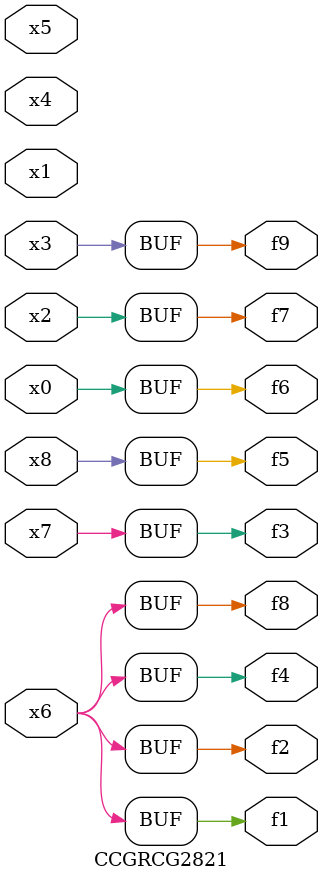
<source format=v>
module CCGRCG2821(
	input x0, x1, x2, x3, x4, x5, x6, x7, x8,
	output f1, f2, f3, f4, f5, f6, f7, f8, f9
);
	assign f1 = x6;
	assign f2 = x6;
	assign f3 = x7;
	assign f4 = x6;
	assign f5 = x8;
	assign f6 = x0;
	assign f7 = x2;
	assign f8 = x6;
	assign f9 = x3;
endmodule

</source>
